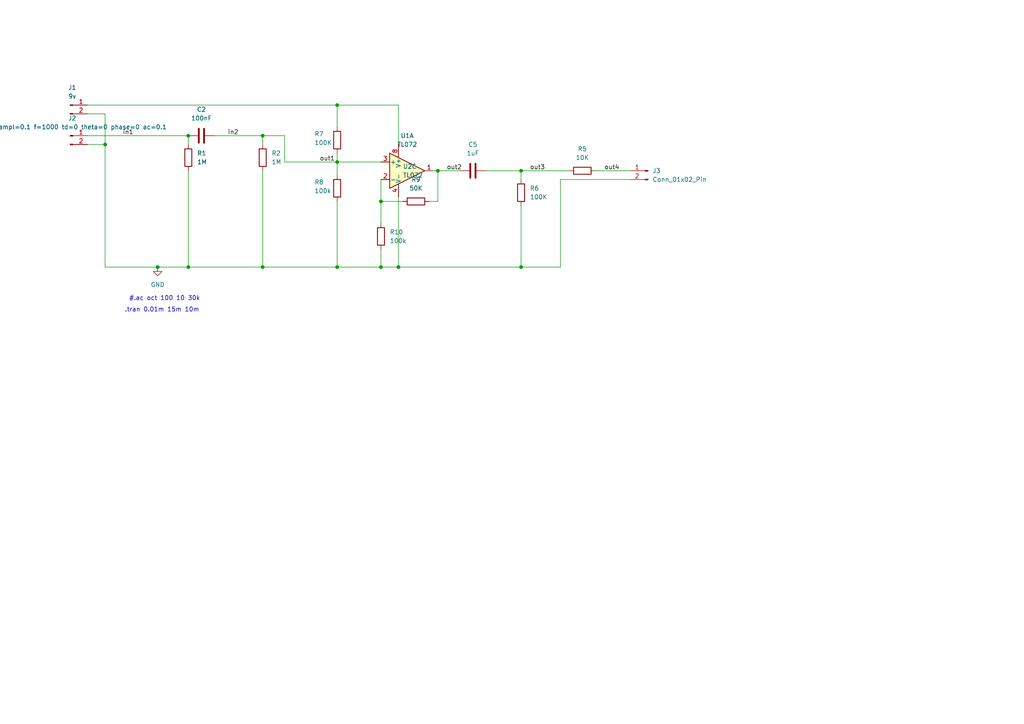
<source format=kicad_sch>
(kicad_sch (version 20250114) (generator "eeschema") (generator_version "9.0")
  (paper "A4")
  (title_block (title "AEGM - Acoustic Electric Guitar Mixer") (date "2025-10-17") (rev "V1.1") (company "Andrew Martin") (comment 1 "Fully working") (comment 2 "V1.1 Redid feedback on the non-inverting amp for electric"))
  (lib_symbols
    (symbol "Amplifier_Operational:TL072" (pin_names (offset 0.127))
      (property "Reference" "U" (at 0 5.08 0))
      (property "Value" "TL072" (at 0 -5.08 0))
      (symbol "TL072_1_1"
        (polyline (pts (xy -5.08 5.08) (xy 5.08 0) (xy -5.08 -5.08) (xy -5.08 5.08)) (stroke (width 0.254)) (fill (type background)))
        (pin input line (at -7.62 2.54 0) (length 2.54) (name "+") (number "3"))
        (pin input line (at -7.62 -2.54 0) (length 2.54) (name "-") (number "2"))
        (pin output line (at 7.62 0 180) (length 2.54) (name "~") (number "1"))
      )
      (symbol "TL072_2_1"
        (polyline (pts (xy -5.08 5.08) (xy 5.08 0) (xy -5.08 -5.08) (xy -5.08 5.08)) (stroke (width 0.254)) (fill (type background)))
        (pin input line (at -7.62 2.54 0) (length 2.54) (name "+") (number "5"))
        (pin input line (at -7.62 -2.54 0) (length 2.54) (name "-") (number "6"))
        (pin output line (at 7.62 0 180) (length 2.54) (name "~") (number "7"))
      )
      (symbol "TL072_3_1"
        (pin power_in line (at -2.54 7.62 270) (length 3.81) (name "V+") (number "8"))
        (pin power_in line (at -2.54 -7.62 90) (length 3.81) (name "V-") (number "4"))
      )
    )
    (symbol "Connector:Conn_01x02_Pin" (pin_names (offset 1.016) (hide yes))
      (property "Reference" "J" (at 0 2.54 0))
      (property "Value" "Conn_01x02_Pin" (at 0 -5.08 0))
      (symbol "Conn_01x02_Pin_1_1"
        (rectangle (start 0.8636 0.127) (end 0 -0.127) (stroke (width 0.1524)) (fill (type outline)))
        (rectangle (start 0.8636 -2.413) (end 0 -2.667) (stroke (width 0.1524)) (fill (type outline)))
        (polyline (pts (xy 1.27 0) (xy 0.8636 0)) (stroke (width 0.1524)))
        (polyline (pts (xy 1.27 -2.54) (xy 0.8636 -2.54)) (stroke (width 0.1524)))
        (pin passive line (at 5.08 0 180) (length 3.81) (name "Pin_1") (number "1"))
        (pin passive line (at 5.08 -2.54 180) (length 3.81) (name "Pin_2") (number "2"))
      )
    )
    (symbol "Device:C" (pin_numbers (hide yes)) (pin_names (offset 0.254))
      (property "Reference" "C" (at 0.635 2.54 0))
      (property "Value" "C" (at 0.635 -2.54 0))
      (symbol "C_0_1"
        (polyline (pts (xy -2.032 0.762) (xy 2.032 0.762)) (stroke (width 0.508)))
        (polyline (pts (xy -2.032 -0.762) (xy 2.032 -0.762)) (stroke (width 0.508)))
      )
      (symbol "C_1_1"
        (pin passive line (at 0 3.81 270) (length 2.794) (name "~") (number "1"))
        (pin passive line (at 0 -3.81 90) (length 2.794) (name "~") (number "2"))
      )
    )
    (symbol "Device:R" (pin_numbers (hide yes)) (pin_names (offset 0))
      (property "Reference" "R" (at 2.032 0 90))
      (property "Value" "R" (at 0 0 90))
      (symbol "R_0_1"
        (rectangle (start -1.016 -2.54) (end 1.016 2.54) (stroke (width 0.254)))
      )
      (symbol "R_1_1"
        (pin passive line (at 0 3.81 270) (length 1.27) (name "~") (number "1"))
        (pin passive line (at 0 -3.81 90) (length 1.27) (name "~") (number "2"))
      )
    )
    (symbol "power:GND" (power) (pin_numbers (hide yes)) (pin_names (offset 0) (hide yes))
      (property "Value" "GND" (at 0 -3.81 0))
      (symbol "GND_0_1"
        (polyline (pts (xy 0 0) (xy 0 -1.27) (xy 1.27 -1.27) (xy 0 -2.54) (xy -1.27 -1.27) (xy 0 -1.27)))
      )
      (symbol "GND_1_1"
        (pin power_in line (at 0 0 270) (length 0) (name "~") (number "1"))
      )
    )
  )
  (text "#.ac oct 100 10 30k" (at 47.752 86.614 0) (effects (font (size 1.27 1.27))))
  (text ".tran 0.01m 15m 10m" (at 46.99 89.916 0) (effects (font (size 1.27 1.27))))
  (junction (at 76.2 77.47))
  (junction (at 151.13 49.53))
  (junction (at 54.61 39.37))
  (junction (at 76.2 39.37))
  (junction (at 110.49 58.42))
  (junction (at 30.48 41.91))
  (junction (at 151.13 77.47))
  (junction (at 127 49.53))
  (junction (at 115.57 77.47))
  (junction (at 97.79 46.99))
  (junction (at 54.61 77.47))
  (junction (at 97.79 30.48))
  (junction (at 97.79 77.47))
  (junction (at 110.49 77.47))
  (junction (at 45.72 77.47))
  (wire (pts (xy 82.55 46.99) (xy 82.55 39.37)))
  (wire (pts (xy 97.79 44.45) (xy 97.79 46.99)))
  (wire (pts (xy 54.61 41.91) (xy 54.61 39.37)))
  (wire (pts (xy 54.61 49.53) (xy 54.61 77.47)))
  (wire (pts (xy 110.49 58.42) (xy 110.49 64.77)))
  (wire (pts (xy 110.49 58.42) (xy 116.84 58.42)))
  (wire (pts (xy 25.4 33.02) (xy 30.48 33.02)))
  (wire (pts (xy 97.79 58.42) (xy 97.79 77.47)))
  (wire (pts (xy 45.72 77.47) (xy 54.61 77.47)))
  (wire (pts (xy 30.48 33.02) (xy 30.48 41.91)))
  (wire (pts (xy 76.2 39.37) (xy 82.55 39.37)))
  (wire (pts (xy 140.97 49.53) (xy 151.13 49.53)))
  (wire (pts (xy 97.79 46.99) (xy 97.79 50.8)))
  (wire (pts (xy 162.56 77.47) (xy 151.13 77.47)))
  (wire (pts (xy 115.57 57.15) (xy 115.57 77.47)))
  (wire (pts (xy 115.57 41.91) (xy 115.57 30.48)))
  (wire (pts (xy 151.13 49.53) (xy 151.13 52.07)))
  (wire (pts (xy 110.49 77.47) (xy 115.57 77.47)))
  (wire (pts (xy 25.4 30.48) (xy 97.79 30.48)))
  (wire (pts (xy 115.57 77.47) (xy 151.13 77.47)))
  (wire (pts (xy 30.48 77.47) (xy 45.72 77.47)))
  (wire (pts (xy 124.46 58.42) (xy 127 58.42)))
  (wire (pts (xy 82.55 46.99) (xy 97.79 46.99)))
  (wire (pts (xy 97.79 30.48) (xy 115.57 30.48)))
  (wire (pts (xy 125.73 49.53) (xy 127 49.53)))
  (wire (pts (xy 97.79 46.99) (xy 110.49 46.99)))
  (wire (pts (xy 54.61 77.47) (xy 76.2 77.47)))
  (wire (pts (xy 110.49 72.39) (xy 110.49 77.47)))
  (wire (pts (xy 76.2 41.91) (xy 76.2 39.37)))
  (wire (pts (xy 30.48 41.91) (xy 30.48 77.47)))
  (wire (pts (xy 127 49.53) (xy 133.35 49.53)))
  (wire (pts (xy 110.49 58.42) (xy 110.49 52.07)))
  (wire (pts (xy 97.79 30.48) (xy 97.79 36.83)))
  (wire (pts (xy 25.4 39.37) (xy 54.61 39.37)))
  (wire (pts (xy 76.2 49.53) (xy 76.2 77.47)))
  (wire (pts (xy 25.4 41.91) (xy 30.48 41.91)))
  (wire (pts (xy 182.88 49.53) (xy 172.72 49.53)))
  (wire (pts (xy 62.23 39.37) (xy 76.2 39.37)))
  (wire (pts (xy 127 49.53) (xy 127 58.42)))
  (wire (pts (xy 151.13 49.53) (xy 165.1 49.53)))
  (wire (pts (xy 162.56 52.07) (xy 162.56 77.47)))
  (wire (pts (xy 97.79 77.47) (xy 110.49 77.47)))
  (wire (pts (xy 151.13 59.69) (xy 151.13 77.47)))
  (wire (pts (xy 182.88 52.07) (xy 162.56 52.07)))
  (wire (pts (xy 76.2 77.47) (xy 97.79 77.47)))
  (label "out4" (at 175.26 49.53 0))
  (label "in1" (at 35.56 39.37 0))
  (label "out1" (at 92.71 46.99 0))
  (label "in2" (at 66.04 39.37 0))
  (label "out3" (at 153.67 49.53 0))
  (label "out2" (at 129.54 49.53 0))
  (symbol (lib_id "Amplifier_Operational:TL072") (at 118.11 49.53 0) (unit 3)
    (property "Reference" "U2" (at 116.84 48.2599 0) (effects (justify left)))
    (property "Value" "TL072" (at 116.84 50.7999 0) (effects (justify left)))
    (property "Datasheet" "http://www.ti.com/lit/ds/symlink/tl071.pdf" (effects (hide yes)))
    (property "Description" "Dual Low-Noise JFET-Input Operational Amplifiers, DIP-8/SOIC-8" (effects (hide yes)))
    (property "Sim.Library" "TL072.301" (effects (hide yes)))
    (property "Sim.Name" "TL072" (effects (hide yes)))
    (property "Sim.Device" "SUBCKT" (effects (hide yes)))
    (property "Sim.Pins" "1=1 2=2 4=4 5=5 8=3" (effects (hide yes)))
  )
  (symbol (lib_id "Connector:Conn_01x02_Pin") (at 20.32 30.48 0) (unit 1)
    (property "Reference" "J1" (at 20.955 25.4 0))
    (property "Value" "9v" (at 20.955 27.94 0))
    (property "Description" "Generic connector, single row, 01x02, script generated" (effects (hide yes)))
    (property "Sim.Device" "V" (effects (hide yes)))
    (property "Sim.Type" "DC" (effects (hide yes)))
    (property "Sim.Pins" "1=+ 2=-" (effects (hide yes)))
  )
  (symbol (lib_id "Device:R") (at 151.13 55.88 0) (unit 1)
    (property "Reference" "R6" (at 153.67 54.6099 0) (effects (justify left)))
    (property "Value" "100K" (at 153.67 57.1499 0) (effects (justify left)))
    (property "Description" "Resistor" (effects (hide yes)))
  )
  (symbol (lib_id "Device:R") (at 120.65 58.42 90) (unit 1)
    (property "Reference" "R9" (at 120.65 52.07 90))
    (property "Value" "50K" (at 120.65 54.61 90))
    (property "Footprint" "Resistor_THT:R_Axial_DIN0207_L6.3mm_D2.5mm_P10.16mm_Horizontal" (effects (hide yes)))
    (property "Description" "Resistor" (effects (hide yes)))
  )
  (symbol (lib_id "Device:C") (at 137.16 49.53 90) (unit 1)
    (property "Reference" "C5" (at 137.16 41.91 90))
    (property "Value" "1uF" (at 137.16 44.45 90))
    (property "Footprint" "Capacitor_THT:C_Rect_L7.2mm_W4.5mm_P5.00mm_FKS2_FKP2_MKS2_MKP2" (effects (hide yes)))
    (property "Description" "Unpolarized capacitor" (effects (hide yes)))
  )
  (symbol (lib_id "Amplifier_Operational:TL072") (at 118.11 49.53 0) (unit 1)
    (property "Reference" "U1" (at 118.11 39.37 0))
    (property "Value" "TL072" (at 118.11 41.91 0))
    (property "Datasheet" "http://www.ti.com/lit/ds/symlink/tl071.pdf" (effects (hide yes)))
    (property "Description" "Dual Low-Noise JFET-Input Operational Amplifiers, DIP-8/SOIC-8" (effects (hide yes)))
    (property "Sim.Library" "TL072.301" (effects (hide yes)))
    (property "Sim.Name" "TL072" (effects (hide yes)))
    (property "Sim.Device" "SUBCKT" (effects (hide yes)))
    (property "Sim.Pins" "1=5 2=2 3=1 4=4" (effects (hide yes)))
  )
  (symbol (lib_id "Device:R") (at 76.2 45.72 0) (unit 1)
    (property "Reference" "R2" (at 78.74 44.4499 0) (effects (justify left)))
    (property "Value" "1M" (at 78.74 46.9899 0) (effects (justify left)))
    (property "Footprint" "Resistor_THT:R_Axial_DIN0207_L6.3mm_D2.5mm_P10.16mm_Horizontal" (effects (hide yes)))
    (property "Description" "Resistor" (effects (hide yes)))
  )
  (symbol (lib_id "Device:R") (at 97.79 54.61 0) (unit 1)
    (property "Reference" "R8" (at 91.186 52.832 0) (effects (justify left)))
    (property "Value" "100k" (at 91.186 55.372 0) (effects (justify left)))
    (property "Footprint" "Resistor_THT:R_Axial_DIN0207_L6.3mm_D2.5mm_P10.16mm_Horizontal" (effects (hide yes)))
    (property "Description" "Resistor" (effects (hide yes)))
  )
  (symbol (lib_id "Device:R") (at 168.91 49.53 90) (unit 1)
    (property "Reference" "R5" (at 168.91 43.18 90))
    (property "Value" "10K" (at 168.91 45.72 90))
    (property "Footprint" "Resistor_THT:R_Axial_DIN0207_L6.3mm_D2.5mm_P10.16mm_Horizontal" (effects (hide yes)))
    (property "Description" "Resistor" (effects (hide yes)))
  )
  (symbol (lib_id "Device:R") (at 97.79 40.64 0) (unit 1)
    (property "Reference" "R7" (at 91.186 38.862 0) (effects (justify left)))
    (property "Value" "100K" (at 91.186 41.402 0) (effects (justify left)))
    (property "Footprint" "Resistor_THT:R_Axial_DIN0207_L6.3mm_D2.5mm_P10.16mm_Horizontal" (effects (hide yes)))
    (property "Description" "Resistor" (effects (hide yes)))
  )
  (symbol (lib_id "Device:R") (at 110.49 68.58 180) (unit 1)
    (property "Reference" "R10" (at 113.03 67.3099 0) (effects (justify right)))
    (property "Value" "100k" (at 113.03 69.8499 0) (effects (justify right)))
    (property "Footprint" "Resistor_THT:R_Axial_DIN0207_L6.3mm_D2.5mm_P10.16mm_Horizontal" (effects (hide yes)))
    (property "Description" "Resistor" (effects (hide yes)))
  )
  (symbol (lib_id "Connector:Conn_01x02_Pin") (at 187.96 49.53 0) (mirror y) (unit 1) (exclude_from_sim yes)
    (property "Reference" "J3" (at 189.23 49.5299 0) (effects (justify right)))
    (property "Value" "Conn_01x02_Pin" (at 189.23 52.0699 0) (effects (justify right)))
    (property "Description" "Generic connector, single row, 01x02, script generated" (effects (hide yes)))
  )
  (symbol (lib_id "Device:C") (at 58.42 39.37 90) (unit 1)
    (property "Reference" "C2" (at 58.42 31.75 90))
    (property "Value" "100nF" (at 58.42 34.29 90))
    (property "Footprint" "Capacitor_THT:C_Rect_L7.2mm_W2.5mm_P5.00mm_FKS2_FKP2_MKS2_MKP2" (effects (hide yes)))
    (property "Description" "Unpolarized capacitor" (effects (hide yes)))
  )
  (symbol (lib_id "Device:R") (at 54.61 45.72 0) (unit 1)
    (property "Reference" "R1" (at 57.15 44.4499 0) (effects (justify left)))
    (property "Value" "1M" (at 57.15 46.9899 0) (effects (justify left)))
    (property "Footprint" "Resistor_THT:R_Axial_DIN0207_L6.3mm_D2.5mm_P10.16mm_Horizontal" (effects (hide yes)))
    (property "Description" "Resistor" (effects (hide yes)))
  )
  (symbol (lib_id "power:GND") (at 45.72 77.47 0) (unit 1)
    (property "Reference" "#PWR01" (effects (hide yes)))
    (property "Value" "GND" (at 45.72 82.55 0))
    (property "Description" "Power symbol creates a global label with name \"GND\" , ground" (effects (hide yes)))
  )
  (symbol (lib_id "Connector:Conn_01x02_Pin") (at 20.32 39.37 0) (unit 1)
    (property "Reference" "J2" (at 20.955 34.29 0))
    (property "Value" "${SIM.PARAMS}" (at 20.955 36.83 0))
    (property "Description" "Generic connector, single row, 01x02, script generated" (effects (hide yes)))
    (property "Sim.Device" "V" (effects (hide yes)))
    (property "Sim.Type" "SIN" (effects (hide yes)))
    (property "Sim.Pins" "1=+ 2=-" (effects (hide yes)))
    (property "Sim.Params" "dc=0 ampl=0.1 f=1000 td=0 theta=0 phase=0 ac=0.1" (effects (hide yes)))
  )
)
</source>
